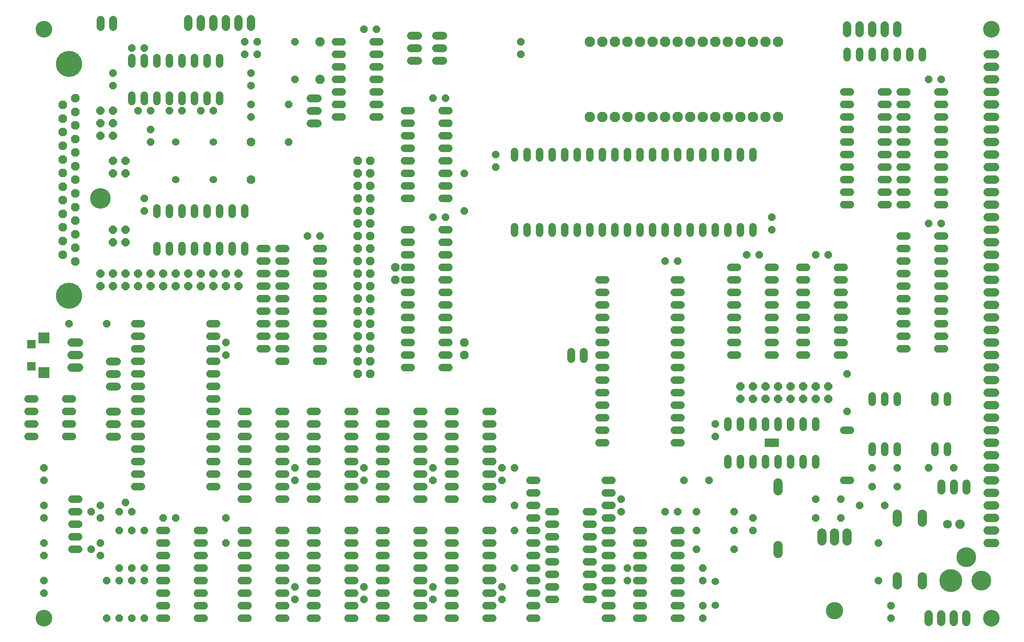
<source format=gbs>
G04 EAGLE Gerber RS-274X export*
G75*
%MOMM*%
%FSLAX34Y34*%
%LPD*%
%INSoldermask Bottom*%
%IPPOS*%
%AMOC8*
5,1,8,0,0,1.08239X$1,22.5*%
G01*
%ADD10C,3.378200*%
%ADD11C,1.879600*%
%ADD12C,3.505200*%
%ADD13P,1.951982X8X22.500000*%
%ADD14C,1.803400*%
%ADD15P,1.649562X8X22.500000*%
%ADD16C,1.727200*%
%ADD17C,2.108200*%
%ADD18C,1.524000*%
%ADD19R,1.727200X1.727200*%
%ADD20R,2.298700X2.298700*%
%ADD21P,1.759533X8X292.500000*%
%ADD22P,1.649562X8X112.500000*%
%ADD23P,1.649562X8X202.500000*%
%ADD24C,4.648200*%
%ADD25C,4.013200*%
%ADD26P,1.869504X8X112.500000*%
%ADD27C,5.283200*%
%ADD28C,1.524000*%
%ADD29P,1.869504X8X22.500000*%
%ADD30C,1.625600*%
%ADD31P,1.759533X8X22.500000*%
%ADD32P,1.649562X8X292.500000*%
%ADD33P,1.759533X8X112.500000*%
%ADD34C,1.903200*%
%ADD35C,4.165600*%
%ADD36P,1.869504X8X292.500000*%
%ADD37R,1.371600X1.803400*%
%ADD38R,0.152400X1.828800*%


D10*
X38100Y38100D03*
X38100Y1231900D03*
X1955800Y1231900D03*
X1955800Y38100D03*
D11*
X1663700Y194818D02*
X1663700Y211582D01*
X1638300Y211582D02*
X1638300Y194818D01*
X1612900Y194818D02*
X1612900Y211582D01*
D12*
X1638300Y53340D03*
D13*
X1892300Y228600D03*
D14*
X1866900Y228600D03*
D15*
X1689100Y266700D03*
X1739900Y266700D03*
X1600200Y279400D03*
X1651000Y279400D03*
X1600200Y241300D03*
X1651000Y241300D03*
D16*
X1663700Y1224280D02*
X1663700Y1239520D01*
X1689100Y1239520D02*
X1689100Y1224280D01*
X1714500Y1224280D02*
X1714500Y1239520D01*
X1739900Y1239520D02*
X1739900Y1224280D01*
X1765300Y1224280D02*
X1765300Y1239520D01*
D17*
X1143000Y1054100D03*
X1168400Y1054100D03*
X1193800Y1054100D03*
X1219200Y1054100D03*
X1244600Y1054100D03*
X1270000Y1054100D03*
X1295400Y1054100D03*
X1320800Y1054100D03*
X1346200Y1054100D03*
X1371600Y1054100D03*
X1397000Y1054100D03*
X1422400Y1054100D03*
X1447800Y1054100D03*
X1473200Y1054100D03*
X1498600Y1054100D03*
X1524000Y1054100D03*
X1524000Y1206500D03*
X1498600Y1206500D03*
X1473200Y1206500D03*
X1447800Y1206500D03*
X1397000Y1206500D03*
X1371600Y1206500D03*
X1346200Y1206500D03*
X1320800Y1206500D03*
X1295400Y1206500D03*
X1270000Y1206500D03*
X1244600Y1206500D03*
X1219200Y1206500D03*
X1193800Y1206500D03*
X1168400Y1206500D03*
X1143000Y1206500D03*
X1422400Y1206500D03*
D18*
X781304Y825500D02*
X768096Y825500D01*
X768096Y800100D02*
X781304Y800100D01*
X781304Y774700D02*
X768096Y774700D01*
X768096Y749300D02*
X781304Y749300D01*
X781304Y723900D02*
X768096Y723900D01*
X768096Y698500D02*
X781304Y698500D01*
X781304Y673100D02*
X768096Y673100D01*
X768096Y647700D02*
X781304Y647700D01*
X781304Y622300D02*
X768096Y622300D01*
X768096Y596900D02*
X781304Y596900D01*
X781304Y571500D02*
X768096Y571500D01*
X768096Y546100D02*
X781304Y546100D01*
X844296Y546100D02*
X857504Y546100D01*
X857504Y571500D02*
X844296Y571500D01*
X844296Y596900D02*
X857504Y596900D01*
X857504Y622300D02*
X844296Y622300D01*
X844296Y647700D02*
X857504Y647700D01*
X857504Y673100D02*
X844296Y673100D01*
X844296Y698500D02*
X857504Y698500D01*
X857504Y723900D02*
X844296Y723900D01*
X844296Y749300D02*
X857504Y749300D01*
X857504Y774700D02*
X844296Y774700D01*
X844296Y800100D02*
X857504Y800100D01*
X857504Y825500D02*
X844296Y825500D01*
D19*
X12954Y593979D03*
X12954Y549021D03*
D20*
X37846Y606552D03*
X37846Y536448D03*
D16*
X93980Y546100D02*
X109220Y546100D01*
X109220Y571500D02*
X93980Y571500D01*
X93980Y596900D02*
X109220Y596900D01*
D21*
X177800Y825500D03*
X177800Y800100D03*
X203200Y825500D03*
X203200Y800100D03*
D15*
X1714500Y304800D03*
X1765300Y304800D03*
D22*
X1752600Y38100D03*
X1752600Y63500D03*
X1727200Y114300D03*
X1727200Y190500D03*
D18*
X1866900Y374396D02*
X1866900Y387604D01*
X1841500Y387604D02*
X1841500Y374396D01*
X1765300Y374396D02*
X1765300Y387604D01*
X1739900Y387604D02*
X1739900Y374396D01*
X1714500Y374396D02*
X1714500Y387604D01*
D23*
X1879600Y342900D03*
X1828800Y342900D03*
D15*
X1714500Y342900D03*
X1765300Y342900D03*
D24*
X1874000Y114300D03*
D25*
X1935000Y114300D03*
X1905000Y162300D03*
D11*
X1816100Y122682D02*
X1816100Y105918D01*
X1816100Y232918D02*
X1816100Y249682D01*
X1524000Y186182D02*
X1524000Y169418D01*
X1524000Y296418D02*
X1524000Y313182D01*
D18*
X781304Y1066800D02*
X768096Y1066800D01*
X768096Y1041400D02*
X781304Y1041400D01*
X781304Y914400D02*
X768096Y914400D01*
X768096Y889000D02*
X781304Y889000D01*
X781304Y1016000D02*
X768096Y1016000D01*
X768096Y990600D02*
X781304Y990600D01*
X781304Y939800D02*
X768096Y939800D01*
X768096Y965200D02*
X781304Y965200D01*
X844296Y889000D02*
X857504Y889000D01*
X857504Y914400D02*
X844296Y914400D01*
X844296Y939800D02*
X857504Y939800D01*
X857504Y965200D02*
X844296Y965200D01*
X844296Y990600D02*
X857504Y990600D01*
X857504Y1016000D02*
X844296Y1016000D01*
X844296Y1041400D02*
X857504Y1041400D01*
X857504Y1066800D02*
X844296Y1066800D01*
D26*
X101600Y761492D03*
X101600Y789178D03*
X101600Y816610D03*
X101600Y844296D03*
X101600Y871982D03*
X101600Y899414D03*
X101600Y927100D03*
X101600Y954786D03*
X101600Y982218D03*
X101600Y1009904D03*
X101600Y1037590D03*
X101600Y1065022D03*
X101600Y1092708D03*
X76200Y775208D03*
X76200Y802894D03*
X76200Y830580D03*
X76200Y858012D03*
X76200Y885698D03*
X76200Y913384D03*
X76200Y940816D03*
X76200Y968502D03*
X76200Y996188D03*
X76200Y1023620D03*
X76200Y1051306D03*
X76200Y1078992D03*
D27*
X88900Y691896D03*
X88900Y1162304D03*
D16*
X1948180Y698500D02*
X1963420Y698500D01*
X1963420Y723900D02*
X1948180Y723900D01*
X1948180Y749300D02*
X1963420Y749300D01*
X1963420Y774700D02*
X1948180Y774700D01*
X1948180Y800100D02*
X1963420Y800100D01*
X1963420Y825500D02*
X1948180Y825500D01*
X1948180Y850900D02*
X1963420Y850900D01*
X1963420Y876300D02*
X1948180Y876300D01*
X1948180Y901700D02*
X1963420Y901700D01*
X1963420Y927100D02*
X1948180Y927100D01*
X1948180Y952500D02*
X1963420Y952500D01*
X1963420Y977900D02*
X1948180Y977900D01*
X1948180Y1003300D02*
X1963420Y1003300D01*
X1963420Y1028700D02*
X1948180Y1028700D01*
X1948180Y1054100D02*
X1963420Y1054100D01*
X1963420Y1079500D02*
X1948180Y1079500D01*
X1948180Y1104900D02*
X1963420Y1104900D01*
X1963420Y1155700D02*
X1948180Y1155700D01*
X1948180Y1181100D02*
X1963420Y1181100D01*
X1963420Y1130300D02*
X1948180Y1130300D01*
X1948180Y190500D02*
X1963420Y190500D01*
X1963420Y215900D02*
X1948180Y215900D01*
X1948180Y241300D02*
X1963420Y241300D01*
X1963420Y266700D02*
X1948180Y266700D01*
X1948180Y292100D02*
X1963420Y292100D01*
X1963420Y317500D02*
X1948180Y317500D01*
X1948180Y342900D02*
X1963420Y342900D01*
X1963420Y368300D02*
X1948180Y368300D01*
X1948180Y393700D02*
X1963420Y393700D01*
X1963420Y419100D02*
X1948180Y419100D01*
X1948180Y444500D02*
X1963420Y444500D01*
X1963420Y469900D02*
X1948180Y469900D01*
X1948180Y495300D02*
X1963420Y495300D01*
X1963420Y520700D02*
X1948180Y520700D01*
X1948180Y546100D02*
X1963420Y546100D01*
X1963420Y571500D02*
X1948180Y571500D01*
X1948180Y596900D02*
X1963420Y596900D01*
X1963420Y622300D02*
X1948180Y622300D01*
X1948180Y647700D02*
X1963420Y647700D01*
X1963420Y673100D02*
X1948180Y673100D01*
D28*
X304800Y927100D03*
X381000Y927100D03*
X381000Y1003300D03*
X304800Y1003300D03*
D29*
X457200Y1003300D03*
X457200Y927100D03*
D18*
X235204Y635000D02*
X221996Y635000D01*
X221996Y609600D02*
X235204Y609600D01*
X235204Y584200D02*
X221996Y584200D01*
X221996Y558800D02*
X235204Y558800D01*
X235204Y533400D02*
X221996Y533400D01*
X221996Y508000D02*
X235204Y508000D01*
X235204Y482600D02*
X221996Y482600D01*
X221996Y457200D02*
X235204Y457200D01*
X235204Y431800D02*
X221996Y431800D01*
X221996Y406400D02*
X235204Y406400D01*
X235204Y381000D02*
X221996Y381000D01*
X221996Y355600D02*
X235204Y355600D01*
X235204Y330200D02*
X221996Y330200D01*
X221996Y304800D02*
X235204Y304800D01*
X374396Y304800D02*
X387604Y304800D01*
X387604Y330200D02*
X374396Y330200D01*
X374396Y355600D02*
X387604Y355600D01*
X387604Y381000D02*
X374396Y381000D01*
X374396Y406400D02*
X387604Y406400D01*
X387604Y431800D02*
X374396Y431800D01*
X374396Y457200D02*
X387604Y457200D01*
X387604Y482600D02*
X374396Y482600D01*
X374396Y508000D02*
X387604Y508000D01*
X387604Y533400D02*
X374396Y533400D01*
X374396Y558800D02*
X387604Y558800D01*
X387604Y584200D02*
X374396Y584200D01*
X374396Y609600D02*
X387604Y609600D01*
X387604Y635000D02*
X374396Y635000D01*
X266700Y780796D02*
X266700Y794004D01*
X292100Y794004D02*
X292100Y780796D01*
X419100Y780796D02*
X419100Y794004D01*
X444500Y794004D02*
X444500Y780796D01*
X317500Y780796D02*
X317500Y794004D01*
X342900Y794004D02*
X342900Y780796D01*
X393700Y780796D02*
X393700Y794004D01*
X368300Y794004D02*
X368300Y780796D01*
X444500Y856996D02*
X444500Y870204D01*
X419100Y870204D02*
X419100Y856996D01*
X393700Y856996D02*
X393700Y870204D01*
X368300Y870204D02*
X368300Y856996D01*
X342900Y856996D02*
X342900Y870204D01*
X317500Y870204D02*
X317500Y856996D01*
X292100Y856996D02*
X292100Y870204D01*
X266700Y870204D02*
X266700Y856996D01*
D30*
X184912Y508000D02*
X170688Y508000D01*
X170688Y533400D02*
X184912Y533400D01*
X184912Y558800D02*
X170688Y558800D01*
D23*
X165100Y635000D03*
X88900Y635000D03*
D30*
X170688Y406400D02*
X184912Y406400D01*
X184912Y431800D02*
X170688Y431800D01*
X170688Y457200D02*
X184912Y457200D01*
D31*
X152400Y711200D03*
X152400Y736600D03*
X177800Y711200D03*
X177800Y736600D03*
X203200Y711200D03*
X203200Y736600D03*
X228600Y711200D03*
X228600Y736600D03*
X254000Y711200D03*
X254000Y736600D03*
X279400Y711200D03*
X279400Y736600D03*
X304800Y711200D03*
X304800Y736600D03*
X330200Y711200D03*
X330200Y736600D03*
X355600Y711200D03*
X355600Y736600D03*
X381000Y711200D03*
X381000Y736600D03*
X406400Y711200D03*
X406400Y736600D03*
X431800Y736600D03*
X431800Y711200D03*
D15*
X279400Y241300D03*
X304800Y241300D03*
D16*
X330200Y1236980D02*
X330200Y1252220D01*
X355600Y1252220D02*
X355600Y1236980D01*
X381000Y1236980D02*
X381000Y1252220D01*
X406400Y1252220D02*
X406400Y1236980D01*
X431800Y1236980D02*
X431800Y1252220D01*
X457200Y1252220D02*
X457200Y1236980D01*
D22*
X457200Y1117600D03*
X457200Y1143000D03*
X457200Y1054100D03*
X457200Y1079500D03*
D30*
X177800Y1237488D02*
X177800Y1251712D01*
X152400Y1251712D02*
X152400Y1237488D01*
D32*
X1003300Y1206500D03*
X1003300Y1181100D03*
D18*
X1237996Y215900D02*
X1251204Y215900D01*
X1251204Y190500D02*
X1237996Y190500D01*
X1237996Y63500D02*
X1251204Y63500D01*
X1251204Y38100D02*
X1237996Y38100D01*
X1237996Y165100D02*
X1251204Y165100D01*
X1251204Y139700D02*
X1237996Y139700D01*
X1237996Y88900D02*
X1251204Y88900D01*
X1251204Y114300D02*
X1237996Y114300D01*
X1314196Y38100D02*
X1327404Y38100D01*
X1327404Y63500D02*
X1314196Y63500D01*
X1314196Y88900D02*
X1327404Y88900D01*
X1327404Y114300D02*
X1314196Y114300D01*
X1314196Y139700D02*
X1327404Y139700D01*
X1327404Y165100D02*
X1314196Y165100D01*
X1314196Y190500D02*
X1327404Y190500D01*
X1327404Y215900D02*
X1314196Y215900D01*
D23*
X1435100Y215900D03*
X1358900Y215900D03*
X1435100Y254000D03*
X1358900Y254000D03*
D32*
X1473200Y241300D03*
X1473200Y215900D03*
D15*
X1358900Y177800D03*
X1435100Y177800D03*
D18*
X1035304Y317500D02*
X1022096Y317500D01*
X1022096Y292100D02*
X1035304Y292100D01*
X1035304Y266700D02*
X1022096Y266700D01*
X1022096Y241300D02*
X1035304Y241300D01*
X1035304Y215900D02*
X1022096Y215900D01*
X1022096Y190500D02*
X1035304Y190500D01*
X1035304Y165100D02*
X1022096Y165100D01*
X1022096Y139700D02*
X1035304Y139700D01*
X1035304Y114300D02*
X1022096Y114300D01*
X1022096Y88900D02*
X1035304Y88900D01*
X1035304Y63500D02*
X1022096Y63500D01*
X1022096Y38100D02*
X1035304Y38100D01*
X1174496Y38100D02*
X1187704Y38100D01*
X1187704Y63500D02*
X1174496Y63500D01*
X1174496Y88900D02*
X1187704Y88900D01*
X1187704Y114300D02*
X1174496Y114300D01*
X1174496Y139700D02*
X1187704Y139700D01*
X1187704Y165100D02*
X1174496Y165100D01*
X1174496Y190500D02*
X1187704Y190500D01*
X1187704Y215900D02*
X1174496Y215900D01*
X1174496Y241300D02*
X1187704Y241300D01*
X1187704Y266700D02*
X1174496Y266700D01*
X1174496Y292100D02*
X1187704Y292100D01*
X1187704Y317500D02*
X1174496Y317500D01*
D32*
X990600Y215900D03*
X990600Y139700D03*
D18*
X990600Y818896D02*
X990600Y832104D01*
X1016000Y832104D02*
X1016000Y818896D01*
X1143000Y818896D02*
X1143000Y832104D01*
X1168400Y832104D02*
X1168400Y818896D01*
X1041400Y818896D02*
X1041400Y832104D01*
X1066800Y832104D02*
X1066800Y818896D01*
X1117600Y818896D02*
X1117600Y832104D01*
X1092200Y832104D02*
X1092200Y818896D01*
X1193800Y818896D02*
X1193800Y832104D01*
X1219200Y832104D02*
X1219200Y818896D01*
X1244600Y818896D02*
X1244600Y832104D01*
X1270000Y832104D02*
X1270000Y818896D01*
X1295400Y818896D02*
X1295400Y832104D01*
X1320800Y832104D02*
X1320800Y818896D01*
X1346200Y818896D02*
X1346200Y832104D01*
X1371600Y832104D02*
X1371600Y818896D01*
X1397000Y818896D02*
X1397000Y832104D01*
X1422400Y832104D02*
X1422400Y818896D01*
X1447800Y818896D02*
X1447800Y832104D01*
X1473200Y832104D02*
X1473200Y818896D01*
X1473200Y971296D02*
X1473200Y984504D01*
X1447800Y984504D02*
X1447800Y971296D01*
X1422400Y971296D02*
X1422400Y984504D01*
X1397000Y984504D02*
X1397000Y971296D01*
X1371600Y971296D02*
X1371600Y984504D01*
X1346200Y984504D02*
X1346200Y971296D01*
X1320800Y971296D02*
X1320800Y984504D01*
X1295400Y984504D02*
X1295400Y971296D01*
X1270000Y971296D02*
X1270000Y984504D01*
X1244600Y984504D02*
X1244600Y971296D01*
X1219200Y971296D02*
X1219200Y984504D01*
X1193800Y984504D02*
X1193800Y971296D01*
X1168400Y971296D02*
X1168400Y984504D01*
X1143000Y984504D02*
X1143000Y971296D01*
X1117600Y971296D02*
X1117600Y984504D01*
X1092200Y984504D02*
X1092200Y971296D01*
X1066800Y971296D02*
X1066800Y984504D01*
X1041400Y984504D02*
X1041400Y971296D01*
X1016000Y971296D02*
X1016000Y984504D01*
X990600Y984504D02*
X990600Y971296D01*
D22*
X889000Y863600D03*
X889000Y939800D03*
D30*
X794512Y1219200D02*
X780288Y1219200D01*
X780288Y1193800D02*
X794512Y1193800D01*
X794512Y1168400D02*
X780288Y1168400D01*
X831088Y1219200D02*
X845312Y1219200D01*
X845312Y1193800D02*
X831088Y1193800D01*
X831088Y1168400D02*
X845312Y1168400D01*
D18*
X856996Y215900D02*
X870204Y215900D01*
X870204Y190500D02*
X856996Y190500D01*
X856996Y63500D02*
X870204Y63500D01*
X870204Y38100D02*
X856996Y38100D01*
X856996Y165100D02*
X870204Y165100D01*
X870204Y139700D02*
X856996Y139700D01*
X856996Y88900D02*
X870204Y88900D01*
X870204Y114300D02*
X856996Y114300D01*
X933196Y38100D02*
X946404Y38100D01*
X946404Y63500D02*
X933196Y63500D01*
X933196Y88900D02*
X946404Y88900D01*
X946404Y114300D02*
X933196Y114300D01*
X933196Y139700D02*
X946404Y139700D01*
X946404Y165100D02*
X933196Y165100D01*
X933196Y190500D02*
X946404Y190500D01*
X946404Y215900D02*
X933196Y215900D01*
D28*
X1397000Y113030D03*
X1397000Y64770D03*
D22*
X1371600Y114300D03*
X1371600Y139700D03*
D32*
X1371600Y63500D03*
X1371600Y38100D03*
D18*
X870204Y457200D02*
X856996Y457200D01*
X856996Y431800D02*
X870204Y431800D01*
X870204Y304800D02*
X856996Y304800D01*
X856996Y279400D02*
X870204Y279400D01*
X870204Y406400D02*
X856996Y406400D01*
X856996Y381000D02*
X870204Y381000D01*
X870204Y330200D02*
X856996Y330200D01*
X856996Y355600D02*
X870204Y355600D01*
X933196Y279400D02*
X946404Y279400D01*
X946404Y304800D02*
X933196Y304800D01*
X933196Y330200D02*
X946404Y330200D01*
X946404Y355600D02*
X933196Y355600D01*
X933196Y381000D02*
X946404Y381000D01*
X946404Y406400D02*
X933196Y406400D01*
X933196Y431800D02*
X946404Y431800D01*
X946404Y457200D02*
X933196Y457200D01*
X730504Y215900D02*
X717296Y215900D01*
X717296Y190500D02*
X730504Y190500D01*
X730504Y63500D02*
X717296Y63500D01*
X717296Y38100D02*
X730504Y38100D01*
X730504Y165100D02*
X717296Y165100D01*
X717296Y139700D02*
X730504Y139700D01*
X730504Y88900D02*
X717296Y88900D01*
X717296Y114300D02*
X730504Y114300D01*
X793496Y38100D02*
X806704Y38100D01*
X806704Y63500D02*
X793496Y63500D01*
X793496Y88900D02*
X806704Y88900D01*
X806704Y114300D02*
X793496Y114300D01*
X793496Y139700D02*
X806704Y139700D01*
X806704Y165100D02*
X793496Y165100D01*
X793496Y190500D02*
X806704Y190500D01*
X806704Y215900D02*
X793496Y215900D01*
X730504Y457200D02*
X717296Y457200D01*
X717296Y431800D02*
X730504Y431800D01*
X730504Y304800D02*
X717296Y304800D01*
X717296Y279400D02*
X730504Y279400D01*
X730504Y406400D02*
X717296Y406400D01*
X717296Y381000D02*
X730504Y381000D01*
X730504Y330200D02*
X717296Y330200D01*
X717296Y355600D02*
X730504Y355600D01*
X793496Y279400D02*
X806704Y279400D01*
X806704Y304800D02*
X793496Y304800D01*
X793496Y330200D02*
X806704Y330200D01*
X806704Y355600D02*
X793496Y355600D01*
X793496Y381000D02*
X806704Y381000D01*
X806704Y406400D02*
X793496Y406400D01*
X793496Y431800D02*
X806704Y431800D01*
X806704Y457200D02*
X793496Y457200D01*
X590804Y215900D02*
X577596Y215900D01*
X577596Y190500D02*
X590804Y190500D01*
X590804Y63500D02*
X577596Y63500D01*
X577596Y38100D02*
X590804Y38100D01*
X590804Y165100D02*
X577596Y165100D01*
X577596Y139700D02*
X590804Y139700D01*
X590804Y88900D02*
X577596Y88900D01*
X577596Y114300D02*
X590804Y114300D01*
X653796Y38100D02*
X667004Y38100D01*
X667004Y63500D02*
X653796Y63500D01*
X653796Y88900D02*
X667004Y88900D01*
X667004Y114300D02*
X653796Y114300D01*
X653796Y139700D02*
X667004Y139700D01*
X667004Y165100D02*
X653796Y165100D01*
X653796Y190500D02*
X667004Y190500D01*
X667004Y215900D02*
X653796Y215900D01*
X590804Y457200D02*
X577596Y457200D01*
X577596Y431800D02*
X590804Y431800D01*
X590804Y304800D02*
X577596Y304800D01*
X577596Y279400D02*
X590804Y279400D01*
X590804Y406400D02*
X577596Y406400D01*
X577596Y381000D02*
X590804Y381000D01*
X590804Y330200D02*
X577596Y330200D01*
X577596Y355600D02*
X590804Y355600D01*
X653796Y279400D02*
X667004Y279400D01*
X667004Y304800D02*
X653796Y304800D01*
X653796Y330200D02*
X667004Y330200D01*
X667004Y355600D02*
X653796Y355600D01*
X653796Y381000D02*
X667004Y381000D01*
X667004Y406400D02*
X653796Y406400D01*
X653796Y431800D02*
X667004Y431800D01*
X667004Y457200D02*
X653796Y457200D01*
X451104Y215900D02*
X437896Y215900D01*
X437896Y190500D02*
X451104Y190500D01*
X451104Y63500D02*
X437896Y63500D01*
X437896Y38100D02*
X451104Y38100D01*
X451104Y165100D02*
X437896Y165100D01*
X437896Y139700D02*
X451104Y139700D01*
X451104Y88900D02*
X437896Y88900D01*
X437896Y114300D02*
X451104Y114300D01*
X514096Y38100D02*
X527304Y38100D01*
X527304Y63500D02*
X514096Y63500D01*
X514096Y88900D02*
X527304Y88900D01*
X527304Y114300D02*
X514096Y114300D01*
X514096Y139700D02*
X527304Y139700D01*
X527304Y165100D02*
X514096Y165100D01*
X514096Y190500D02*
X527304Y190500D01*
X527304Y215900D02*
X514096Y215900D01*
X451104Y457200D02*
X437896Y457200D01*
X437896Y431800D02*
X451104Y431800D01*
X451104Y304800D02*
X437896Y304800D01*
X437896Y279400D02*
X451104Y279400D01*
X451104Y406400D02*
X437896Y406400D01*
X437896Y381000D02*
X451104Y381000D01*
X451104Y330200D02*
X437896Y330200D01*
X437896Y355600D02*
X451104Y355600D01*
X514096Y279400D02*
X527304Y279400D01*
X527304Y304800D02*
X514096Y304800D01*
X514096Y330200D02*
X527304Y330200D01*
X527304Y355600D02*
X514096Y355600D01*
X514096Y381000D02*
X527304Y381000D01*
X527304Y406400D02*
X514096Y406400D01*
X514096Y431800D02*
X527304Y431800D01*
X527304Y457200D02*
X514096Y457200D01*
X1161796Y723900D02*
X1175004Y723900D01*
X1175004Y698500D02*
X1161796Y698500D01*
X1161796Y673100D02*
X1175004Y673100D01*
X1175004Y647700D02*
X1161796Y647700D01*
X1161796Y622300D02*
X1175004Y622300D01*
X1175004Y596900D02*
X1161796Y596900D01*
X1161796Y571500D02*
X1175004Y571500D01*
X1175004Y546100D02*
X1161796Y546100D01*
X1161796Y520700D02*
X1175004Y520700D01*
X1175004Y495300D02*
X1161796Y495300D01*
X1161796Y469900D02*
X1175004Y469900D01*
X1175004Y444500D02*
X1161796Y444500D01*
X1161796Y419100D02*
X1175004Y419100D01*
X1175004Y393700D02*
X1161796Y393700D01*
X1314196Y393700D02*
X1327404Y393700D01*
X1327404Y419100D02*
X1314196Y419100D01*
X1314196Y444500D02*
X1327404Y444500D01*
X1327404Y469900D02*
X1314196Y469900D01*
X1314196Y495300D02*
X1327404Y495300D01*
X1327404Y520700D02*
X1314196Y520700D01*
X1314196Y546100D02*
X1327404Y546100D01*
X1327404Y571500D02*
X1314196Y571500D01*
X1314196Y596900D02*
X1327404Y596900D01*
X1327404Y622300D02*
X1314196Y622300D01*
X1314196Y647700D02*
X1327404Y647700D01*
X1327404Y673100D02*
X1314196Y673100D01*
X1314196Y698500D02*
X1327404Y698500D01*
X1327404Y723900D02*
X1314196Y723900D01*
X1866900Y489204D02*
X1866900Y475996D01*
X1841500Y475996D02*
X1841500Y489204D01*
X1765300Y489204D02*
X1765300Y475996D01*
X1739900Y475996D02*
X1739900Y489204D01*
X1714500Y489204D02*
X1714500Y475996D01*
X215900Y1085596D02*
X215900Y1098804D01*
X241300Y1098804D02*
X241300Y1085596D01*
X368300Y1085596D02*
X368300Y1098804D01*
X393700Y1098804D02*
X393700Y1085596D01*
X266700Y1085596D02*
X266700Y1098804D01*
X292100Y1098804D02*
X292100Y1085596D01*
X342900Y1085596D02*
X342900Y1098804D01*
X317500Y1098804D02*
X317500Y1085596D01*
X393700Y1161796D02*
X393700Y1175004D01*
X368300Y1175004D02*
X368300Y1161796D01*
X342900Y1161796D02*
X342900Y1175004D01*
X317500Y1175004D02*
X317500Y1161796D01*
X292100Y1161796D02*
X292100Y1175004D01*
X266700Y1175004D02*
X266700Y1161796D01*
X241300Y1161796D02*
X241300Y1175004D01*
X215900Y1175004D02*
X215900Y1161796D01*
D15*
X228600Y1066800D03*
X254000Y1066800D03*
X292100Y1066800D03*
X317500Y1066800D03*
D22*
X177800Y1117600D03*
X177800Y1143000D03*
D23*
X381000Y1066800D03*
X355600Y1066800D03*
D15*
X215900Y1193800D03*
X241300Y1193800D03*
D18*
X272796Y215900D02*
X286004Y215900D01*
X286004Y190500D02*
X272796Y190500D01*
X272796Y63500D02*
X286004Y63500D01*
X286004Y38100D02*
X272796Y38100D01*
X272796Y165100D02*
X286004Y165100D01*
X286004Y139700D02*
X272796Y139700D01*
X272796Y88900D02*
X286004Y88900D01*
X286004Y114300D02*
X272796Y114300D01*
X348996Y38100D02*
X362204Y38100D01*
X362204Y63500D02*
X348996Y63500D01*
X348996Y88900D02*
X362204Y88900D01*
X362204Y114300D02*
X348996Y114300D01*
X348996Y139700D02*
X362204Y139700D01*
X362204Y165100D02*
X348996Y165100D01*
X348996Y190500D02*
X362204Y190500D01*
X362204Y215900D02*
X348996Y215900D01*
D22*
X241300Y38100D03*
X241300Y114300D03*
X152400Y266700D03*
X133350Y254000D03*
X152400Y241300D03*
X152400Y190500D03*
X133350Y177800D03*
X152400Y165100D03*
X215900Y38100D03*
X215900Y114300D03*
D15*
X215900Y254000D03*
X203200Y273050D03*
X190500Y254000D03*
D32*
X215900Y215900D03*
X215900Y139700D03*
D22*
X241300Y139700D03*
X241300Y215900D03*
X190500Y139700D03*
X190500Y215900D03*
X165100Y38100D03*
X165100Y114300D03*
X190500Y38100D03*
X190500Y114300D03*
D33*
X177800Y1016000D03*
X152400Y1016000D03*
X177800Y1041400D03*
X152400Y1041400D03*
X177800Y1066800D03*
X152400Y1066800D03*
D21*
X177800Y965200D03*
X177800Y939800D03*
X203200Y965200D03*
X203200Y939800D03*
D22*
X38100Y88900D03*
X38100Y114300D03*
X38100Y165100D03*
X38100Y190500D03*
X38100Y241300D03*
X38100Y266700D03*
X38100Y317500D03*
X38100Y342900D03*
D18*
X94996Y177800D02*
X108204Y177800D01*
X108204Y203200D02*
X94996Y203200D01*
X94996Y228600D02*
X108204Y228600D01*
X108204Y254000D02*
X94996Y254000D01*
X94996Y279400D02*
X108204Y279400D01*
D22*
X469900Y1181100D03*
X469900Y1206500D03*
X444500Y1181100D03*
X444500Y1206500D03*
D18*
X1060196Y254000D02*
X1073404Y254000D01*
X1073404Y228600D02*
X1060196Y228600D01*
X1060196Y101600D02*
X1073404Y101600D01*
X1073404Y76200D02*
X1060196Y76200D01*
X1060196Y203200D02*
X1073404Y203200D01*
X1073404Y177800D02*
X1060196Y177800D01*
X1060196Y127000D02*
X1073404Y127000D01*
X1073404Y152400D02*
X1060196Y152400D01*
X1136396Y76200D02*
X1149604Y76200D01*
X1149604Y101600D02*
X1136396Y101600D01*
X1136396Y127000D02*
X1149604Y127000D01*
X1149604Y152400D02*
X1136396Y152400D01*
X1136396Y177800D02*
X1149604Y177800D01*
X1149604Y203200D02*
X1136396Y203200D01*
X1136396Y228600D02*
X1149604Y228600D01*
X1149604Y254000D02*
X1136396Y254000D01*
X1771396Y1104900D02*
X1784604Y1104900D01*
X1784604Y1079500D02*
X1771396Y1079500D01*
X1771396Y952500D02*
X1784604Y952500D01*
X1784604Y927100D02*
X1771396Y927100D01*
X1771396Y1054100D02*
X1784604Y1054100D01*
X1784604Y1028700D02*
X1771396Y1028700D01*
X1771396Y977900D02*
X1784604Y977900D01*
X1784604Y1003300D02*
X1771396Y1003300D01*
X1771396Y901700D02*
X1784604Y901700D01*
X1784604Y876300D02*
X1771396Y876300D01*
X1847596Y876300D02*
X1860804Y876300D01*
X1860804Y901700D02*
X1847596Y901700D01*
X1847596Y927100D02*
X1860804Y927100D01*
X1860804Y952500D02*
X1847596Y952500D01*
X1847596Y977900D02*
X1860804Y977900D01*
X1860804Y1003300D02*
X1847596Y1003300D01*
X1847596Y1028700D02*
X1860804Y1028700D01*
X1860804Y1054100D02*
X1847596Y1054100D01*
X1847596Y1079500D02*
X1860804Y1079500D01*
X1860804Y1104900D02*
X1847596Y1104900D01*
X1784604Y812800D02*
X1771396Y812800D01*
X1771396Y787400D02*
X1784604Y787400D01*
X1784604Y660400D02*
X1771396Y660400D01*
X1771396Y635000D02*
X1784604Y635000D01*
X1784604Y762000D02*
X1771396Y762000D01*
X1771396Y736600D02*
X1784604Y736600D01*
X1784604Y685800D02*
X1771396Y685800D01*
X1771396Y711200D02*
X1784604Y711200D01*
X1784604Y609600D02*
X1771396Y609600D01*
X1771396Y584200D02*
X1784604Y584200D01*
X1847596Y584200D02*
X1860804Y584200D01*
X1860804Y609600D02*
X1847596Y609600D01*
X1847596Y635000D02*
X1860804Y635000D01*
X1860804Y660400D02*
X1847596Y660400D01*
X1847596Y685800D02*
X1860804Y685800D01*
X1860804Y711200D02*
X1847596Y711200D01*
X1847596Y736600D02*
X1860804Y736600D01*
X1860804Y762000D02*
X1847596Y762000D01*
X1847596Y787400D02*
X1860804Y787400D01*
X1860804Y812800D02*
X1847596Y812800D01*
X1581404Y749300D02*
X1568196Y749300D01*
X1568196Y723900D02*
X1581404Y723900D01*
X1581404Y596900D02*
X1568196Y596900D01*
X1568196Y571500D02*
X1581404Y571500D01*
X1581404Y698500D02*
X1568196Y698500D01*
X1568196Y673100D02*
X1581404Y673100D01*
X1581404Y622300D02*
X1568196Y622300D01*
X1568196Y647700D02*
X1581404Y647700D01*
X1644396Y571500D02*
X1657604Y571500D01*
X1657604Y596900D02*
X1644396Y596900D01*
X1644396Y622300D02*
X1657604Y622300D01*
X1657604Y647700D02*
X1644396Y647700D01*
X1644396Y673100D02*
X1657604Y673100D01*
X1657604Y698500D02*
X1644396Y698500D01*
X1644396Y723900D02*
X1657604Y723900D01*
X1657604Y749300D02*
X1644396Y749300D01*
X1441704Y749300D02*
X1428496Y749300D01*
X1428496Y723900D02*
X1441704Y723900D01*
X1441704Y596900D02*
X1428496Y596900D01*
X1428496Y571500D02*
X1441704Y571500D01*
X1441704Y698500D02*
X1428496Y698500D01*
X1428496Y673100D02*
X1441704Y673100D01*
X1441704Y622300D02*
X1428496Y622300D01*
X1428496Y647700D02*
X1441704Y647700D01*
X1504696Y571500D02*
X1517904Y571500D01*
X1517904Y596900D02*
X1504696Y596900D01*
X1504696Y622300D02*
X1517904Y622300D01*
X1517904Y647700D02*
X1504696Y647700D01*
X1504696Y673100D02*
X1517904Y673100D01*
X1517904Y698500D02*
X1504696Y698500D01*
X1504696Y723900D02*
X1517904Y723900D01*
X1517904Y749300D02*
X1504696Y749300D01*
D34*
X596900Y1206500D03*
X596900Y1130300D03*
D18*
X628396Y1206500D02*
X641604Y1206500D01*
X641604Y1181100D02*
X628396Y1181100D01*
X628396Y1054100D02*
X641604Y1054100D01*
X704596Y1054100D02*
X717804Y1054100D01*
X641604Y1155700D02*
X628396Y1155700D01*
X628396Y1130300D02*
X641604Y1130300D01*
X641604Y1079500D02*
X628396Y1079500D01*
X628396Y1104900D02*
X641604Y1104900D01*
X704596Y1079500D02*
X717804Y1079500D01*
X717804Y1104900D02*
X704596Y1104900D01*
X704596Y1130300D02*
X717804Y1130300D01*
X717804Y1155700D02*
X704596Y1155700D01*
X704596Y1181100D02*
X717804Y1181100D01*
X717804Y1206500D02*
X704596Y1206500D01*
D32*
X546100Y1206500D03*
X546100Y1130300D03*
D30*
X577088Y1041400D02*
X591312Y1041400D01*
X591312Y1066800D02*
X577088Y1066800D01*
X577088Y1092200D02*
X591312Y1092200D01*
D32*
X990600Y342900D03*
X990600Y266700D03*
D22*
X533400Y1003300D03*
X533400Y1079500D03*
D35*
X152400Y889000D03*
D36*
X673100Y965200D03*
X673100Y939800D03*
X673100Y914400D03*
X673100Y889000D03*
X673100Y863600D03*
X673100Y838200D03*
X698500Y965200D03*
X698500Y939800D03*
X698500Y914400D03*
X698500Y889000D03*
X698500Y863600D03*
X698500Y838200D03*
X673100Y812800D03*
X698500Y812800D03*
X673100Y787400D03*
X673100Y762000D03*
X673100Y736600D03*
X673100Y711200D03*
X673100Y685800D03*
X673100Y660400D03*
X698500Y787400D03*
X698500Y762000D03*
X698500Y736600D03*
X698500Y711200D03*
X698500Y685800D03*
X698500Y660400D03*
X673100Y635000D03*
X698500Y635000D03*
X673100Y609600D03*
X673100Y584200D03*
X673100Y558800D03*
X673100Y533400D03*
X698500Y609600D03*
X698500Y584200D03*
X698500Y558800D03*
X698500Y533400D03*
D18*
X1422400Y362204D02*
X1422400Y348996D01*
X1447800Y348996D02*
X1447800Y362204D01*
X1574800Y362204D02*
X1574800Y348996D01*
X1600200Y348996D02*
X1600200Y362204D01*
X1473200Y362204D02*
X1473200Y348996D01*
X1498600Y348996D02*
X1498600Y362204D01*
X1549400Y362204D02*
X1549400Y348996D01*
X1524000Y348996D02*
X1524000Y362204D01*
X1600200Y425196D02*
X1600200Y438404D01*
X1574800Y438404D02*
X1574800Y425196D01*
X1549400Y425196D02*
X1549400Y438404D01*
X1524000Y438404D02*
X1524000Y425196D01*
X1498600Y425196D02*
X1498600Y438404D01*
X1473200Y438404D02*
X1473200Y425196D01*
X1447800Y425196D02*
X1447800Y438404D01*
X1422400Y438404D02*
X1422400Y425196D01*
D31*
X1447800Y482600D03*
X1447800Y508000D03*
X1473200Y482600D03*
X1473200Y508000D03*
X1498600Y482600D03*
X1498600Y508000D03*
X1524000Y482600D03*
X1524000Y508000D03*
X1549400Y482600D03*
X1549400Y508000D03*
X1574800Y482600D03*
X1574800Y508000D03*
X1600200Y482600D03*
X1600200Y508000D03*
X1625600Y482600D03*
X1625600Y508000D03*
D37*
X1518920Y393700D03*
X1503680Y393700D03*
D38*
X1511300Y393700D03*
D18*
X527304Y787400D02*
X514096Y787400D01*
X514096Y762000D02*
X527304Y762000D01*
X527304Y635000D02*
X514096Y635000D01*
X514096Y609600D02*
X527304Y609600D01*
X527304Y736600D02*
X514096Y736600D01*
X514096Y711200D02*
X527304Y711200D01*
X527304Y660400D02*
X514096Y660400D01*
X514096Y685800D02*
X527304Y685800D01*
X527304Y584200D02*
X514096Y584200D01*
X514096Y558800D02*
X527304Y558800D01*
X590296Y558800D02*
X603504Y558800D01*
X603504Y584200D02*
X590296Y584200D01*
X590296Y609600D02*
X603504Y609600D01*
X603504Y635000D02*
X590296Y635000D01*
X590296Y660400D02*
X603504Y660400D01*
X603504Y685800D02*
X590296Y685800D01*
X590296Y711200D02*
X603504Y711200D01*
X603504Y736600D02*
X590296Y736600D01*
X590296Y762000D02*
X603504Y762000D01*
X603504Y787400D02*
X590296Y787400D01*
X489204Y787400D02*
X475996Y787400D01*
X475996Y762000D02*
X489204Y762000D01*
X489204Y736600D02*
X475996Y736600D01*
X475996Y711200D02*
X489204Y711200D01*
X489204Y685800D02*
X475996Y685800D01*
X475996Y660400D02*
X489204Y660400D01*
X489204Y635000D02*
X475996Y635000D01*
X475996Y609600D02*
X489204Y609600D01*
X489204Y584200D02*
X475996Y584200D01*
D22*
X406400Y571500D03*
X406400Y596900D03*
D32*
X241300Y889000D03*
X241300Y863600D03*
D23*
X711200Y1231900D03*
X685800Y1231900D03*
X1485900Y774700D03*
X1460500Y774700D03*
X1625600Y774700D03*
X1600200Y774700D03*
D32*
X1397000Y431800D03*
X1397000Y406400D03*
D23*
X1854200Y1130300D03*
X1828800Y1130300D03*
X1854200Y838200D03*
X1828800Y838200D03*
X850900Y1092200D03*
X825500Y1092200D03*
X850900Y850900D03*
X825500Y850900D03*
X596900Y812800D03*
X571500Y812800D03*
D22*
X254000Y1003300D03*
X254000Y1028700D03*
X546100Y76200D03*
X546100Y101600D03*
X685800Y76200D03*
X685800Y101600D03*
X825500Y76200D03*
X825500Y101600D03*
X965200Y76200D03*
X965200Y101600D03*
X546100Y317500D03*
X546100Y342900D03*
X685800Y317500D03*
X685800Y342900D03*
X825500Y317500D03*
X825500Y342900D03*
X965200Y317500D03*
X965200Y342900D03*
D32*
X1206500Y279400D03*
X1206500Y254000D03*
D23*
X1320800Y254000D03*
X1295400Y254000D03*
D15*
X1295400Y762000D03*
X1320800Y762000D03*
D22*
X1511300Y825500D03*
X1511300Y850900D03*
D32*
X952500Y977900D03*
X952500Y952500D03*
X406400Y241300D03*
X406400Y190500D03*
D23*
X1384300Y317500D03*
X1333500Y317500D03*
D32*
X1663700Y533400D03*
X1663700Y457200D03*
D18*
X1657096Y1104900D02*
X1670304Y1104900D01*
X1670304Y1079500D02*
X1657096Y1079500D01*
X1657096Y952500D02*
X1670304Y952500D01*
X1670304Y927100D02*
X1657096Y927100D01*
X1657096Y1054100D02*
X1670304Y1054100D01*
X1670304Y1028700D02*
X1657096Y1028700D01*
X1657096Y977900D02*
X1670304Y977900D01*
X1670304Y1003300D02*
X1657096Y1003300D01*
X1657096Y901700D02*
X1670304Y901700D01*
X1670304Y876300D02*
X1657096Y876300D01*
X1733296Y876300D02*
X1746504Y876300D01*
X1746504Y901700D02*
X1733296Y901700D01*
X1733296Y927100D02*
X1746504Y927100D01*
X1746504Y952500D02*
X1733296Y952500D01*
X1733296Y977900D02*
X1746504Y977900D01*
X1746504Y1003300D02*
X1733296Y1003300D01*
X1733296Y1028700D02*
X1746504Y1028700D01*
X1746504Y1054100D02*
X1733296Y1054100D01*
X1733296Y1079500D02*
X1746504Y1079500D01*
X1746504Y1104900D02*
X1733296Y1104900D01*
D29*
X749300Y749300D03*
X749300Y723900D03*
X889000Y571500D03*
X889000Y596900D03*
D18*
X1657096Y419100D02*
X1670304Y419100D01*
X1670304Y317500D02*
X1657096Y317500D01*
X19304Y482600D02*
X6096Y482600D01*
X6096Y457200D02*
X19304Y457200D01*
X82296Y457200D02*
X95504Y457200D01*
X95504Y482600D02*
X82296Y482600D01*
X19304Y431800D02*
X6096Y431800D01*
X6096Y406400D02*
X19304Y406400D01*
X82296Y431800D02*
X95504Y431800D01*
X95504Y406400D02*
X82296Y406400D01*
D16*
X1905000Y45720D02*
X1905000Y30480D01*
X1879600Y30480D02*
X1879600Y45720D01*
X1854200Y45720D02*
X1854200Y30480D01*
X1828800Y30480D02*
X1828800Y45720D01*
D30*
X1854200Y297688D02*
X1854200Y311912D01*
X1879600Y311912D02*
X1879600Y297688D01*
X1905000Y297688D02*
X1905000Y311912D01*
D18*
X1663700Y1174496D02*
X1663700Y1187704D01*
X1689100Y1187704D02*
X1689100Y1174496D01*
X1714500Y1174496D02*
X1714500Y1187704D01*
X1739900Y1187704D02*
X1739900Y1174496D01*
X1765300Y1174496D02*
X1765300Y1187704D01*
X1790700Y1187704D02*
X1790700Y1174496D01*
X1816100Y1174496D02*
X1816100Y1187704D01*
D22*
X1219200Y114300D03*
X1219200Y139700D03*
D30*
X1130300Y564388D02*
X1130300Y578612D01*
X1104900Y578612D02*
X1104900Y564388D01*
D11*
X1765300Y122682D02*
X1765300Y105918D01*
X1765300Y232918D02*
X1765300Y249682D01*
M02*

</source>
